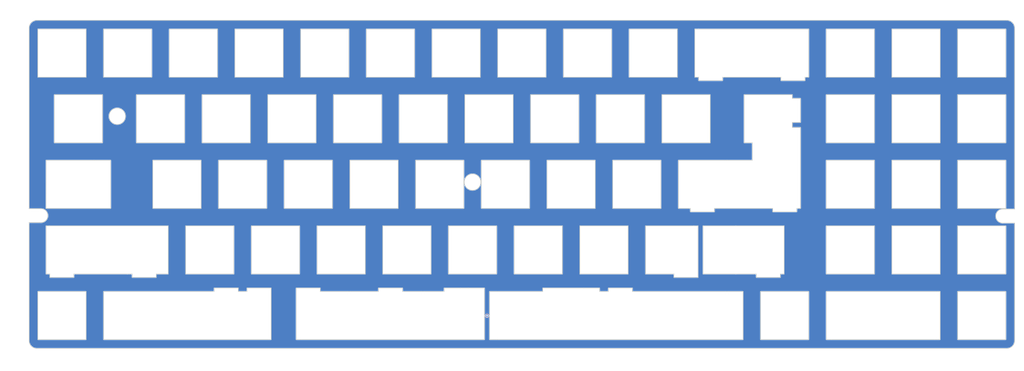
<source format=kicad_pcb>
(kicad_pcb (version 20221018) (generator pcbnew)
  (layers (0 "F.Cu" signal) (31 "B.Cu" signal) (34 "B.Paste" user) (35 "F.Paste" user) (36 "B.SilkS" user "B.Silkscreen") (37 "F.SilkS" user "F.Silkscreen") (38 "B.Mask" user) (39 "F.Mask" user) (44 "Edge.Cuts" user))
  (net 0 "")
  (gr_line (start 138.760937 48.552682) (end 124.760937 48.552682) (stroke (width 0.2)) (layer "Edge.Cuts"))
  (gr_line (start 51.943 105.702682) (end 50.942187 105.702682) (stroke (width 0.2)) (layer "Edge.Cuts"))
  (gr_line (start 195.910937 62.552682) (end 195.910937 48.552682) (stroke (width 0.2)) (layer "Edge.Cuts"))
  (gr_line (start 248.412 86.652682) (end 234.298437 86.652682) (stroke (width 0.2)) (layer "Edge.Cuts"))
  (gr_line (start 310.210937 86.652682) (end 296.210937 86.652682) (stroke (width 0.2)) (layer "Edge.Cuts"))
  (gr_line (start 310.210937 48.552682) (end 296.210937 48.552682) (stroke (width 0.2)) (layer "Edge.Cuts"))
  (gr_line (start 166.360937 124.752682) (end 160.192187 124.752682) (stroke (width 0.2)) (layer "Edge.Cuts"))
  (gr_line (start 296.210937 81.602682) (end 310.210937 81.602682) (stroke (width 0.2)) (layer "Edge.Cuts"))
  (gr_line (start 143.523437 119.702682) (end 143.523437 105.702682) (stroke (width 0.2)) (layer "Edge.Cuts"))
  (gr_line (start 291.160937 86.652682) (end 277.160937 86.652682) (stroke (width 0.2)) (layer "Edge.Cuts"))
  (gr_line (start 191.435937 81.602682) (end 205.435937 81.602682) (stroke (width 0.2)) (layer "Edge.Cuts"))
  (gr_line (start 224.773437 119.702682) (end 233.004187 119.702682) (stroke (width 0.2)) (layer "Edge.Cuts"))
  (gr_line (start 214.960937 48.552682) (end 200.960937 48.552682) (stroke (width 0.2)) (layer "Edge.Cuts"))
  (gr_line (start 154.342687 123.752682) (end 154.310937 123.752682) (stroke (width 0.2)) (layer "Edge.Cuts"))
  (gr_line (start 148.285937 81.602682) (end 148.285937 67.602682) (stroke (width 0.2)) (layer "Edge.Cuts"))
  (gr_line (start 48.560937 138.752682) (end 62.560937 138.752682) (stroke (width 0.2)) (layer "Edge.Cuts"))
  (gr_line (start 229.535937 81.602682) (end 243.535937 81.602682) (stroke (width 0.2)) (layer "Edge.Cuts"))
  (gr_line (start 191.148437 86.652682) (end 177.148437 86.652682) (stroke (width 0.2)) (layer "Edge.Cuts"))
  (gr_line (start 296.210937 67.602682) (end 296.210937 81.602682) (stroke (width 0.2)) (layer "Edge.Cuts"))
  (gr_line (start 119.710937 48.552682) (end 105.710937 48.552682) (stroke (width 0.2)) (layer "Edge.Cuts"))
  (gr_line (start 291.160937 119.702682) (end 291.160937 105.702682) (stroke (width 0.2)) (layer "Edge.Cuts"))
  (gr_line (start 46.0375 104.775) (end 46.040054 139.031184) (stroke (width 0.2)) (layer "Edge.Cuts"))
  (gr_line (start 77.135937 67.602682) (end 77.135937 81.602682) (stroke (width 0.2)) (layer "Edge.Cuts"))
  (gr_line (start 194.967687 123.752682) (end 194.967687 124.752682) (stroke (width 0.2)) (layer "Edge.Cuts"))
  (gr_line (start 65.024 100.652682) (end 69.704687 100.652682) (stroke (width 0.2)) (layer "Edge.Cuts"))
  (gr_line (start 261.642687 101.652682) (end 268.642687 101.652682) (stroke (width 0.2)) (layer "Edge.Cuts"))
  (gr_line (start 210.485937 81.602682) (end 224.485937 81.602682) (stroke (width 0.2)) (layer "Edge.Cuts"))
  (gr_line (start 224.773437 105.702682) (end 224.773437 119.702682) (stroke (width 0.2)) (layer "Edge.Cuts"))
  (gr_line (start 129.523437 119.702682) (end 143.523437 119.702682) (stroke (width 0.2)) (layer "Edge.Cuts"))
  (gr_line (start 172.098437 100.652682) (end 172.098437 86.652682) (stroke (width 0.2)) (layer "Edge.Cuts"))
  (gr_line (start 269.729687 77.127682) (end 267.348437 77.127682) (stroke (width 0.2)) (layer "Edge.Cuts"))
  (gr_line (start 264.967187 105.702682) (end 250.952 105.702682) (stroke (width 0.2)) (layer "Edge.Cuts"))
  (gr_line (start 253.348437 67.602682) (end 253.348437 81.602682) (stroke (width 0.2)) (layer "Edge.Cuts"))
  (gr_line (start 91.423437 119.702682) (end 105.423437 119.702682) (stroke (width 0.2)) (layer "Edge.Cuts"))
  (gr_line (start 62.560937 124.752682) (end 48.560937 124.752682) (stroke (width 0.2)) (layer "Edge.Cuts"))
  (gr_line (start 186.385937 81.602682) (end 186.385937 67.602682) (stroke (width 0.2)) (layer "Edge.Cuts"))
  (gr_line (start 100.660937 62.552682) (end 100.660937 48.552682) (stroke (width 0.2)) (layer "Edge.Cuts"))
  (gr_line (start 129.523437 105.702682) (end 129.523437 119.702682) (stroke (width 0.2)) (layer "Edge.Cuts"))
  (gr_line (start 162.860937 62.552682) (end 176.860937 62.552682) (stroke (width 0.2)) (layer "Edge.Cuts"))
  (gr_line (start 315.260937 124.752682) (end 315.260937 138.752682) (stroke (width 0.2)) (layer "Edge.Cuts"))
  (gr_arc (start 328.353044 104.901996) (mid 326.315456 102.869997) (end 328.353046 100.838) (stroke (width 0.2)) (layer "Edge.Cuts"))
  (gr_line (start 291.160937 100.652682) (end 291.160937 86.652682) (stroke (width 0.2)) (layer "Edge.Cuts"))
  (gr_line (start 255.729687 81.602682) (end 255.729687 86.652682) (stroke (width 0.2)) (layer "Edge.Cuts"))
  (gr_line (start 195.910937 48.552682) (end 181.910937 48.552682) (stroke (width 0.2)) (layer "Edge.Cuts"))
  (gr_line (start 81.610937 62.552682) (end 81.610937 48.552682) (stroke (width 0.2)) (layer "Edge.Cuts"))
  (gr_line (start 315.260937 67.602682) (end 315.260937 81.602682) (stroke (width 0.2)) (layer "Edge.Cuts"))
  (gr_line (start 115.235937 67.602682) (end 115.235937 81.602682) (stroke (width 0.2)) (layer "Edge.Cuts"))
  (gr_line (start 277.160937 119.702682) (end 291.160937 119.702682) (stroke (width 0.2)) (layer "Edge.Cuts"))
  (gr_line (start 138.760937 62.552682) (end 138.760937 48.552682) (stroke (width 0.2)) (layer "Edge.Cuts"))
  (gr_line (start 211.460937 123.752682) (end 206.883 123.752682) (stroke (width 0.2)) (layer "Edge.Cuts"))
  (gr_line (start 91.135937 81.602682) (end 91.135937 67.602682) (stroke (width 0.2)) (layer "Edge.Cuts"))
  (gr_line (start 123.466687 123.752682) (end 123.466687 138.752682) (stroke (width 0.2)) (layer "Edge.Cuts"))
  (gr_line (start 267.348437 67.602682) (end 253.348437 67.602682) (stroke (width 0.2)) (layer "Edge.Cuts"))
  (gr_line (start 244.766687 100.652682) (end 246.126 100.652682) (stroke (width 0.2)) (layer "Edge.Cuts"))
  (gr_line (start 124.473437 119.702682) (end 124.473437 105.702682) (stroke (width 0.2)) (layer "Edge.Cuts"))
  (gr_line (start 215.248437 100.652682) (end 229.248437 100.652682) (stroke (width 0.2)) (layer "Edge.Cuts"))
  (gr_line (start 315.260937 86.652682) (end 315.260937 100.652682) (stroke (width 0.2)) (layer "Edge.Cuts"))
  (gr_line (start 53.323437 67.602682) (end 53.323437 81.602682) (stroke (width 0.2)) (layer "Edge.Cuts"))
  (gr_line (start 200.673437 105.702682) (end 186.673437 105.702682) (stroke (width 0.2)) (layer "Edge.Cuts"))
  (gr_line (start 277.160937 124.752682) (end 277.160937 138.752682) (stroke (width 0.2)) (layer "Edge.Cuts"))
  (gr_line (start 329.260937 62.552682) (end 329.260937 48.552682) (stroke (width 0.2)) (layer "Edge.Cuts"))
  (gr_line (start 133.998437 100.652682) (end 133.998437 86.652682) (stroke (width 0.2)) (layer "Edge.Cuts"))
  (gr_line (start 220.985937 124.752682) (end 220.985937 123.752682) (stroke (width 0.2)) (layer "Edge.Cuts"))
  (gr_line (start 277.160937 105.702682) (end 277.160937 119.702682) (stroke (width 0.2)) (layer "Edge.Cuts"))
  (gr_line (start 86.660937 62.552682) (end 100.660937 62.552682) (stroke (width 0.2)) (layer "Edge.Cuts"))
  (gr_line (start 309.123937 138.752682) (end 310.210937 138.752682) (stroke (width 0.2)) (layer "Edge.Cuts"))
  (gr_line (start 59.029187 119.702682) (end 74.549 119.702682) (stroke (width 0.2)) (layer "Edge.Cuts"))
  (gr_line (start 154.342687 124.752682) (end 154.342687 123.752682) (stroke (width 0.2)) (layer "Edge.Cuts"))
  (gr_line (start 229.535937 67.602682) (end 229.535937 81.602682) (stroke (width 0.2)) (layer "Edge.Cuts"))
  (gr_line (start 100.660937 48.552682) (end 86.660937 48.552682) (stroke (width 0.2)) (layer "Edge.Cuts"))
  (gr_line (start 240.004187 105.702682) (end 238.773437 105.702682) (stroke (width 0.2)) (layer "Edge.Cuts"))
  (gr_line (start 181.910937 62.552682) (end 195.910937 62.552682) (stroke (width 0.2)) (layer "Edge.Cuts"))
  (gr_line (start 267.348437 77.127682) (end 267.348437 75.689682) (stroke (width 0.2)) (layer "Edge.Cuts"))
  (gr_line (start 179.529687 124.752682) (end 179.529687 138.752682) (stroke (width 0.2)) (layer "Edge.Cuts"))
  (gr_line (start 173.360937 123.752682) (end 171.091687 123.752682) (stroke (width 0.2)) (layer "Edge.Cuts"))
  (gr_line (start 263.880187 119.702682) (end 264.967187 119.702682) (stroke (width 0.2)) (layer "Edge.Cuts"))
  (gr_line (start 172.098437 86.652682) (end 158.098437 86.652682) (stroke (width 0.2)) (layer "Edge.Cuts"))
  (gr_line (start 247.147937 62.552682) (end 262.636 62.552682) (stroke (width 0.2)) (layer "Edge.Cuts"))
  (gr_line (start 110.473437 105.702682) (end 110.473437 119.702682) (stroke (width 0.2)) (layer "Edge.Cuts"))
  (gr_line (start 267.348437 68.689682) (end 267.348437 67.602682) (stroke (width 0.2)) (layer "Edge.Cuts"))
  (gr_line (start 310.210937 100.652682) (end 310.210937 86.652682) (stroke (width 0.2)) (layer "Edge.Cuts"))
  (gr_line (start 205.435937 81.602682) (end 205.435937 67.602682) (stroke (width 0.2)) (layer "Edge.Cuts"))
  (gr_line (start 46.041701 100.711) (end 49.452502 100.711) (stroke (width 0.2)) (layer "Edge.Cuts"))
  (gr_line (start 133.998437 86.652682) (end 119.998437 86.652682) (stroke (width 0.2)) (layer "Edge.Cuts"))
  (gr_line (start 224.485937 81.602682) (end 224.485937 67.602682) (stroke (width 0.2)) (layer "Edge.Cuts"))
  (gr_line (start 82.905187 120.702682) (end 82.905187 119.702682) (stroke (width 0.2)) (layer "Edge.Cuts"))
  (gr_line (start 267.348437 75.689682) (end 269.729687 75.689682) (stroke (width 0.2)) (layer "Edge.Cuts"))
  (gr_arc (start 49.452504 100.711003) (mid 51.490092 102.743002) (end 49.452502 104.774999) (stroke (width 0.2)) (layer "Edge.Cuts"))
  (gr_line (start 124.760937 62.552682) (end 138.760937 62.552682) (stroke (width 0.2)) (layer "Edge.Cuts"))
  (gr_line (start 263.880187 120.702682) (end 263.880187 119.702682) (stroke (width 0.2)) (layer "Edge.Cuts"))
  (gr_line (start 214.960937 62.552682) (end 214.960937 48.552682) (stroke (width 0.2)) (layer "Edge.Cuts"))
  (gr_line (start 171.091687 123.752682) (end 166.360937 123.752682) (stroke (width 0.2)) (layer "Edge.Cuts"))
  (gr_line (start 64.897 86.652682) (end 50.942187 86.652682) (stroke (width 0.2)) (layer "Edge.Cuts"))
  (gr_line (start 243.535937 81.602682) (end 243.535937 67.602682) (stroke (width 0.2)) (layer "Edge.Cuts"))
  (gr_line (start 59.029187 120.702682) (end 59.029187 119.702682) (stroke (width 0.2)) (layer "Edge.Cuts"))
  (gr_line (start 239.060937 62.552682) (end 240.147937 62.552682) (stroke (width 0.2)) (layer "Edge.Cuts"))
  (gr_line (start 296.210937 62.552682) (end 310.210937 62.552682) (stroke (width 0.2)) (layer "Edge.Cuts"))
  (gr_line (start 315.260937 138.752682) (end 329.260937 138.752682) (stroke (width 0.2)) (layer "Edge.Cuts"))
  (gr_line (start 296.210937 86.652682) (end 296.210937 100.652682) (stroke (width 0.2)) (layer "Edge.Cuts"))
  (gr_line (start 253.060937 138.752682) (end 253.060937 124.752682) (stroke (width 0.2)) (layer "Edge.Cuts"))
  (gr_line (start 315.260937 48.552682) (end 315.260937 62.552682) (stroke (width 0.2)) (layer "Edge.Cuts"))
  (gr_line (start 67.610937 138.752682) (end 116.205 138.752682) (stroke (width 0.2)) (layer "Edge.Cuts"))
  (gr_line (start 110.185937 81.602682) (end 110.185937 67.602682) (stroke (width 0.2)) (layer "Edge.Cuts"))
  (gr_line (start 91.135937 67.602682) (end 77.135937 67.602682) (stroke (width 0.2)) (layer "Edge.Cuts"))
  (gr_line (start 119.998437 100.652682) (end 133.998437 100.652682) (stroke (width 0.2)) (layer "Edge.Cuts"))
  (gr_line (start 329.260937 105.702682) (end 315.260937 105.702682) (stroke (width 0.2)) (layer "Edge.Cuts"))
  (gr_line (start 205.723437 119.702682) (end 219.723437 119.702682) (stroke (width 0.2)) (layer "Edge.Cuts"))
  (gr_line (start 237.766687 101.652682) (end 244.766687 101.652682) (stroke (width 0.2)) (layer "Edge.Cuts"))
  (gr_line (start 191.148437 100.652682) (end 191.148437 86.652682) (stroke (width 0.2)) (layer "Edge.Cuts"))
  (gr_line (start 277.160937 48.552682) (end 277.160937 62.552682) (stroke (width 0.2)) (layer "Edge.Cuts"))
  (gr_line (start 53.323437 81.602682) (end 67.323437 81.602682) (stroke (width 0.2)) (layer "Edge.Cuts"))
  (gr_line (start 153.335937 67.602682) (end 153.335937 81.602682) (stroke (width 0.2)) (layer "Edge.Cuts"))
  (gr_line (start 109.210937 124.752682) (end 106.692187 124.752682) (stroke (width 0.2)) (layer "Edge.Cuts"))
  (gr_line (start 250.967187 105.702682) (end 241.442187 105.702682) (stroke (width 0.2)) (layer "Edge.Cuts"))
  (gr_line (start 211.460937 124.752682) (end 211.460937 123.752682) (stroke (width 0.2)) (layer "Edge.Cuts"))
  (gr_line (start 194.967687 124.752682) (end 181.864 124.752682) (stroke (width 0.2)) (layer "Edge.Cuts"))
  (gr_line (start 291.160937 62.552682) (end 291.160937 48.552682) (stroke (width 0.2)) (layer "Edge.Cuts"))
  (gr_line (start 229.248437 100.652682) (end 229.248437 86.652682) (stroke (width 0.2)) (layer "Edge.Cuts"))
  (gr_line (start 96.185937 67.602682) (end 96.185937 81.602682) (stroke (width 0.2)) (layer "Edge.Cuts"))
  (gr_line (start 244.766687 101.652682) (end 244.766687 100.652682) (stroke (width 0.2)) (layer "Edge.Cuts"))
  (gr_line (start 262.636 62.552682) (end 264.023937 62.552682) (stroke (width 0.2)) (layer "Edge.Cuts"))
  (gr_line (start 224.485937 67.602682) (end 210.485937 67.602682) (stroke (width 0.2)) (layer "Edge.Cuts"))
  (gr_line (start 86.660937 48.552682) (end 86.660937 62.552682) (stroke (width 0.2)) (layer "Edge.Cuts"))
  (gr_line (start 329.260937 48.552682) (end 315.260937 48.552682) (stroke (width 0.2)) (layer "Edge.Cuts"))
  (gr_line (start 264.967187 119.702682) (end 264.967187 105.702682) (stroke (width 0.2)) (layer "Edge.Cuts"))
  (gr_line (start 291.160937 48.552682) (end 277.160937 48.552682) (stroke (width 0.2)) (layer "Edge.Cuts"))
  (gr_line (start 291.160937 105.702682) (end 277.160937 105.702682) (stroke (width 0.2)) (layer "Edge.Cuts"))
  (gr_line (start 167.335937 81.602682) (end 167.335937 67.602682) (stroke (width 0.2)) (layer "Edge.Cuts"))
  (gr_line (start 67.610937 124.752682) (end 67.610937 138.752682) (stroke (width 0.2)) (layer "Edge.Cuts"))
  (gr_line (start 239.060937 48.552682) (end 239.060937 62.552682) (stroke (width 0.2)) (layer "Edge.Cuts"))
  (gr_line (start 100.948437 86.652682) (end 100.948437 100.652682) (stroke (width 0.2)) (layer "Edge.Cuts"))
  (gr_line (start 213.985937 124.752682) (end 211.460937 124.752682) (stroke (width 0.2)) (layer "Edge.Cuts"))
  (gr_line (start 268.642687 101.652682) (end 268.642687 100.652682) (stroke (width 0.2)) (layer "Edge.Cuts"))
  (gr_line (start 67.610937 48.552682) (end 67.610937 62.552682) (stroke (width 0.2)) (layer "Edge.Cuts"))
  (gr_line (start 81.898437 86.652682) (end 81.898437 100.652682) (stroke (width 0.2)) (layer "Edge.Cuts"))
  (gr_circle (center 174.609344 93.001114) (end 177.009344 93.001114) (stroke (width 0.2)) (fill none) (layer "Edge.Cuts"))
  (gr_line (start 48.560937 48.552682) (end 48.560937 62.552682) (stroke (width 0.2)) (layer "Edge.Cuts"))
  (gr_line (start 277.160937 67.602682) (end 277.160937 81.602682) (stroke (width 0.2)) (layer "Edge.Cuts"))
  (gr_line (start 261.642687 100.652682) (end 261.642687 101.652682) (stroke (width 0.2)) (layer "Edge.Cuts"))
  (gr_line (start 277.160937 62.552682) (end 291.160937 62.552682) (stroke (width 0.2)) (layer "Edge.Cuts"))
  (gr_line (start 329.260937 67.602682) (end 315.260937 67.602682) (stroke (width 0.2)) (layer "Edge.Cuts"))
  (gr_line (start 210.485937 67.602682) (end 210.485937 81.602682) (stroke (width 0.2)) (layer "Edge.Cuts"))
  (gr_line (start 48.560937 62.552682) (end 62.560937 62.552682) (stroke (width 0.2)) (layer "Edge.Cuts"))
  (gr_line (start 315.260937 100.652682) (end 329.260937 100.652682) (stroke (width 0.2)) (layer "Edge.Cuts"))
  (gr_line (start 186.673437 119.702682) (end 200.673437 119.702682) (stroke (width 0.2)) (layer "Edge.Cuts"))
  (gr_line (start 310.210937 81.602682) (end 310.210937 67.602682) (stroke (width 0.2)) (layer "Edge.Cuts"))
  (gr_line (start 148.573437 105.702682) (end 148.573437 119.702682) (stroke (width 0.2)) (layer "Edge.Cuts"))
  (gr_line (start 50.942187 119.702682) (end 52.029187 119.702682) (stroke (width 0.2)) (layer "Edge.Cuts"))
  (gr_line (start 116.210937 123.752682) (end 109.210937 123.752682) (stroke (width 0.2)) (layer "Edge.Cuts"))
  (gr_line (start 166.360937 123.752682) (end 166.360937 124.752682) (stroke (width 0.2)) (layer "Edge.Cuts"))
  (gr_line (start 82.905187 119.702682) (end 86.373437 119.702682) (stroke (width 0.2)) (layer "Edge.Cuts"))
  (gr_line (start 91.423437 105.702682) (end 91.423437 119.702682) (stroke (width 0.2)) (layer "Edge.Cuts"))
  (gr_line (start 291.160937 81.602682) (end 291.160937 67.602682) (stroke (width 0.2)) (layer "Edge.Cuts"))
  (gr_line (start 220.010937 48.552682) (end 220.010937 62.552682) (stroke (width 0.2)) (layer "Edge.Cuts"))
  (gr_line (start 114.948437 86.652682) (end 100.948437 86.652682) (stroke (width 0.2)) (layer "Edge.Cuts"))
  (gr_line (start 99.692187 123.752682) (end 99.685937 123.752682) (stroke (width 0.2)) (layer "Edge.Cuts"))
  (gr_line (start 233.004187 120.702682) (end 240.004187 120.702682) (stroke (width 0.2)) (layer "Edge.Cuts"))
  (gr_line (start 310.210937 124.752682) (end 309.123937 124.752682) (stroke (width 0.2)) (layer "Edge.Cuts"))
  (gr_line (start 52.029187 119.702682) (end 52.029187 120.702682) (stroke (width 0.2)) (layer "Edge.Cuts"))
  (gr_line (start 157.810937 48.552682) (end 143.810937 48.552682) (stroke (width 0.2)) (layer "Edge.Cuts"))
  (gr_line (start 196.198437 100.652682) (end 210.198437 100.652682) (stroke (width 0.2)) (layer "Edge.Cuts"))
  (gr_line (start 219.723437 119.702682) (end 219.723437 105.702682) (stroke (width 0.2)) (layer "Edge.Cuts"))
  (gr_line (start 110.185937 67.602682) (end 96.185937 67.602682) (stroke (width 0.2)) (layer "Edge.Cuts"))
  (gr_line (start 48.290054 141.281184) (end 329.540054 141.281184) (stroke (width 0.2)) (layer "Edge.Cuts"))
  (gr_line (start 119.710937 62.552682) (end 119.710937 48.552682) (stroke (width 0.2)) (layer "Edge.Cuts"))
  (gr_line (start 277.160937 138.752682) (end 278.247937 138.752682) (stroke (width 0.2)) (layer "Edge.Cuts"))
  (gr_line (start 234.298437 100.652682) (end 237.766687 100.652682) (stroke (width 0.2)) (layer "Edge.Cuts"))
  (gr_line (start 172.385937 67.602682) (end 172.385937 81.602682) (stroke (width 0.2)) (layer "Edge.Cuts"))
  (gr_line (start 172.385937 81.602682) (end 186.385937 81.602682) (stroke (width 0.2)) (layer "Edge.Cuts"))
  (gr_line (start 210.198437 86.652682) (end 196.198437 86.652682) (stroke (width 0.2)) (layer "Edge.Cuts"))
  (gr_line (start 272.110937 62.552682) (end 272.110937 48.552682) (stroke (width 0.2)) (layer "Edge.Cuts"))
  (gr_line (start 158.098437 86.652682) (end 158.098437 100.652682) (stroke (width 0.2)) (layer "Edge.Cuts"))
  (gr_line (start 315.260937 105.702682) (end 315.260937 119.702682) (stroke (width 0.2)) (layer "Edge.Cuts"))
  (gr_line (start 234.010937 62.552682) (end 234.010937 48.552682) (stroke (width 0.2)) (layer "Edge.Cuts"))
  (gr_line (start 167.623437 105.702682) (end 167.623437 119.702682) (stroke (width 0.2)) (layer "Edge.Cuts"))
  (gr_line (start 191.435937 67.602682) (end 191.435937 81.602682) (stroke (width 0.2)) (layer "Edge.Cuts"))
  (gr_line (start 310.210937 67.602682) (end 296.210937 67.602682) (stroke (width 0.2)) (layer "Edge.Cuts"))
  (gr_line (start 181.864 138.752682) (end 253.060937 138.752682) (stroke (width 0.2)) (layer "Edge.Cuts"))
  (gr_line (start 143.810937 62.552682) (end 157.810937 62.552682) (stroke (width 0.2)) (layer "Edge.Cuts"))
  (gr_line (start 296.210937 100.652682) (end 310.210937 100.652682) (stroke (width 0.2)) (layer "Edge.Cuts"))
  (gr_line (start 116.210937 138.752682) (end 116.210937 123.752682) (stroke (width 0.2)) (layer "Edge.Cuts"))
  (gr_line (start 81.610937 48.552682) (end 67.610937 48.552682) (stroke (width 0.2)) (layer "Edge.Cuts"))
  (gr_line (start 186.385937 67.602682) (end 172.385937 67.602682) (stroke (width 0.2)) (layer "Edge.Cuts"))
  (gr_line (start 50.927 100.652682) (end 65.024 100.652682) (stroke (width 0.2)) (layer "Edge.Cuts"))
  (gr_line (start 143.810937 48.552682) (end 143.810937 62.552682) (stroke (width 0.2)) (layer "Edge.Cuts"))
  (gr_line (start 167.623437 119.702682) (end 181.623437 119.702682) (stroke (width 0.2)) (layer "Edge.Cuts"))
  (gr_line (start 143.523437 105.702682) (end 129.523437 105.702682) (stroke (width 0.2)) (layer "Edge.Cuts"))
  (gr_line (start 329.260937 124.752682) (end 315.260937 124.752682) (stroke (width 0.2)) (layer "Edge.Cuts"))
  (gr_line (start 119.998437 86.652682) (end 119.998437 100.652682) (stroke (width 0.2)) (layer "Edge.Cuts"))
  (gr_line (start 264.023937 62.552682) (end 264.023937 63.552682) (stroke (width 0.2)) (layer "Edge.Cuts"))
  (gr_line (start 67.323437 81.602682) (end 67.323437 67.602682) (stroke (width 0.2)) (layer "Edge.Cuts"))
  (gr_line (start 106.692187 123.752682) (end 106.685937 123.752682) (stroke (width 0.2)) (layer "Edge.Cuts"))
  (gr_line (start 272.110937 124.752682) (end 258.110937 124.752682) (stroke (width 0.2)) (layer "Edge.Cuts"))
  (gr_line (start 130.466687 124.752682) (end 130.466687 123.752682) (stroke (width 0.2)) (layer "Edge.Cuts"))
  (gr_circle (center 71.591873 73.880935) (end 73.991873 73.880935) (stroke (width 0.2)) (fill none) (layer "Edge.Cuts"))
  (gr_line (start 123.466687 138.752682) (end 124.714 138.752682) (stroke (width 0.2)) (layer "Edge.Cuts"))
  (gr_line (start 139.048437 100.652682) (end 153.048437 100.652682) (stroke (width 0.2)) (layer "Edge.Cuts"))
  (gr_line (start 176.860937 48.552682) (end 162.860937 48.552682) (stroke (width 0.2)) (layer "Edge.Cuts"))
  (gr_line (start 310.210937 62.552682) (end 310.210937 48.552682) (stroke (width 0.2)) (layer "Edge.Cuts"))
  (gr_line (start 256.880187 119.702682) (end 256.880187 120.702682) (stroke (width 0.2)) (layer "Edge.Cuts"))
  (gr_line (start 100.948437 100.652682) (end 114.948437 100.652682) (stroke (width 0.2)) (layer "Edge.Cuts"))
  (gr_line (start 129.235937 67.602682) (end 115.235937 67.602682) (stroke (width 0.2)) (layer "Edge.Cuts"))
  (gr_line (start 105.423437 119.702682) (end 105.423437 105.702682) (stroke (width 0.2)) (layer "Edge.Cuts"))
  (gr_line (start 310.210937 119.702682) (end 310.210937 105.702682) (stroke (width 0.2)) (layer "Edge.Cuts"))
  (gr_line (start 129.235937 81.602682) (end 129.235937 67.602682) (stroke (width 0.2)) (layer "Edge.Cuts"))
  (gr_line (start 105.423437 105.702682) (end 91.423437 105.702682) (stroke (width 0.2)) (layer "Edge.Cuts"))
  (gr_line (start 75.905187 119.702682) (end 75.905187 120.702682) (stroke (width 0.2)) (layer "Edge.Cuts"))
  (gr_line (start 176.860937 62.552682) (end 176.860937 48.552682) (stroke (width 0.2)) (layer "Edge.Cuts"))
  (gr_line (start 296.210937 105.702682) (end 296.210937 119.702682) (stroke (width 0.2)) (layer "Edge.Cuts"))
  (gr_line (start 220.985937 123.752682) (end 213.985937 123.752682) (stroke (width 0.2)) (layer "Edge.Cuts"))
  (gr_line (start 296.210937 48.552682) (end 296.210937 62.552682) (stroke (width 0.2)) (layer "Edge.Cuts"))
  (gr_line (start 315.260937 62.552682) (end 329.260937 62.552682) (stroke (width 0.2)) (layer "Edge.Cuts"))
  (gr_line (start 147.310937 124.752682) (end 138.811 124.752682) (stroke (width 0.2)) (layer "Edge.Cuts"))
  (gr_line (start 196.198437 86.652682) (end 196.198437 100.652682) (stroke (width 0.2)) (layer "Edge.Cuts"))
  (gr_line (start 240.004187 120.702682) (end 240.004187 105.702682) (stroke (width 0.2)) (layer "Edge.Cuts"))
  (gr_line (start 99.695 124.752682) (end 67.610937 124.752682) (stroke (width 0.2)) (layer "Edge.Cuts"))
  (gr_line (start 74.549 119.702682) (end 75.905187 119.702682) (stroke (width 0.2)) (layer "Edge.Cuts"))
  (gr_arc (start 329.540054 46.031184) (mid 331.131044 46.690194) (end 331.790054 48.281184) (stroke (width 0.2)) (layer "Edge.Cuts"))
  (gr_line (start 240.147937 63.552682) (end 247.147937 63.552682) (stroke (width 0.2)) (layer "Edge.Cuts"))
  (gr_line (start 243.535937 67.602682) (end 229.535937 67.602682) (stroke (width 0.2)) (layer "Edge.Cuts"))
  (gr_line (start 271.023937 62.552682) (end 272.110937 62.552682) (stroke (width 0.2)) (layer "Edge.Cuts"))
  (gr_line (start 153.048437 86.652682) (end 139.048437 86.652682) (stroke (width 0.2)) (layer "Edge.Cuts"))
  (gr_line (start 238.76 105.702682) (end 224.773437 105.702682) (stroke (width 0.2)) (layer "Edge.Cuts"))
  (gr_line (start 269.729687 100.652682) (end 269.729687 99.695) (stroke (width 0.2)) (layer "Edge.Cuts"))
  (gr_line (start 310.210937 138.752682) (end 310.210937 124.752682) (stroke (width 0.2)) (layer "Edge.Cuts"))
  (gr_line (start 46.0375 104.775) (end 49.452502 104.775) (stroke (width 0.2)) (layer "Edge.Cuts"))
  (gr_line (start 241.442187 105.702682) (end 241.442187 119.702682) (stroke (width 0.2)) (layer "Edge.Cuts"))
  (gr_line (start 219.723437 105.702682) (end 205.723437 105.702682) (stroke (width 0.2)) (layer "Edge.Cuts"))
  (gr_line (start 277.160937 100.652682) (end 291.160937 100.652682) (stroke (width 0.2)) (layer "Edge.Cuts"))
  (gr_line (start 181.864 124.752682) (end 179.529687 124.752682) (stroke (width 0.2)) (layer "Edge.Cuts"))
  (gr_line (start 206.883 123.752682) (end 194.967687 123.752682) (stroke (width 0.2)) (layer "Edge.Cuts"))
  (gr_line (start 160.192187 124.752682) (end 154.342687 124.752682) (stroke (width 0.2)) (layer "Edge.Cuts"))
  (gr_line (start 240.147937 62.552682) (end 240.147937 63.552682) (stroke (width 0.2)) (layer "Edge.Cuts"))
  (gr_line (start 124.714 138.752682) (end 178.091687 138.752682) (stroke (width 0.2)) (layer "Edge.Cuts"))
  (gr_line (start 105.710937 48.552682) (end 105.710937 62.552682) (stroke (width 0.2)) (layer "Edge.Cuts"))
  (gr_line (start 106.685937 123.752682) (end 99.692187 123.752682) (stroke (width 0.2)) (layer "Edge.Cuts"))
  (gr_line (start 269.729687 99.695) (end 269.729687 77.127682) (stroke (width 0.2)) (layer "Edge.Cuts"))
  (gr_line (start 115.235937 81.602682) (end 129.235937 81.602682) (stroke (width 0.2)) (layer "Edge.Cuts"))
  (gr_line (start 331.790766 100.839711) (end 331.790054 48.281184) (stroke (width 0.2)) (layer "Edge.Cuts"))
  (gr_line (start 167.335937 67.602682) (end 153.335937 67.602682) (stroke (width 0.2)) (layer "Edge.Cuts"))
  (gr_line (start 162.573437 105.702682) (end 148.573437 105.702682) (stroke (width 0.2)) (layer "Edge.Cuts"))
  (gr_line (start 331.790766 100.839711) (end 328.353046 100.838) (stroke (width 0.2)) (layer "Edge.Cuts"))
  (gr_line (start 247.147937 63.552682) (end 247.147937 62.552682) (stroke (width 0.2)) (layer "Edge.Cuts"))
  (gr_line (start 237.766687 100.652682) (end 237.766687 101.652682) (stroke (width 0.2)) (layer "Edge.Cuts"))
  (gr_line (start 296.210937 119.702682) (end 310.210937 119.702682) (stroke (width 0.2)) (layer "Edge.Cuts"))
  (gr_line (start 95.898437 86.652682) (end 81.898437 86.652682) (stroke (width 0.2)) (layer "Edge.Cuts"))
  (gr_arc (start 46.040054 48.281184) (mid 46.699064 46.690194) (end 48.290054 46.031184) (stroke (width 0.2)) (layer "Edge.Cuts"))
  (gr_line (start 269.729687 68.689682) (end 267.348437 68.689682) (stroke (width 0.2)) (layer "Edge.Cuts"))
  (gr_line (start 315.260937 81.602682) (end 329.260937 81.602682) (stroke (width 0.2)) (layer "Edge.Cuts"))
  (gr_line (start 234.298437 86.652682) (end 234.298437 100.652682) (stroke (width 0.2)) (layer "Edge.Cuts"))
  (gr_line (start 75.905187 120.702682) (end 82.905187 120.702682) (stroke (width 0.2)) (layer "Edge.Cuts"))
  (gr_line (start 67.323437 67.602682) (end 53.323437 67.602682) (stroke (width 0.2)) (layer "Edge.Cuts"))
  (gr_line (start 86.373437 119.702682) (end 86.373437 105.702682) (stroke (width 0.2)) (layer "Edge.Cuts"))
  (gr_line (start 69.704687 100.652682) (end 69.704687 86.652682) (stroke (width 0.2)) (layer "Edge.Cuts"))
  (gr_line (start 241.442187 119.702682) (end 250.967187 119.702682) (stroke (width 0.2)) (layer "Edge.Cuts"))
  (gr_line (start 220.010937 62.552682) (end 234.010937 62.552682) (stroke (width 0.2)) (layer "Edge.Cuts"))
  (gr_line (start 50.942187 86.652682) (end 50.927 100.652682) (stroke (width 0.2)) (layer "Edge.Cuts"))
  (gr_line (start 331.787498 104.901996) (end 331.790054 139.031184) (stroke (width 0.2)) (layer "Edge.Cuts"))
  (gr_line (start 272.110937 138.752682) (end 272.110937 124.752682) (stroke (width 0.2)) (layer "Edge.Cuts"))
  (gr_line (start 62.560937 62.552682) (end 62.560937 48.552682) (stroke (width 0.2)) (layer "Edge.Cuts"))
  (gr_line (start 329.260937 119.702682) (end 329.260937 105.702682) (stroke (width 0.2)) (layer "Edge.Cuts"))
  (gr_line (start 213.985937 123.752682) (end 213.985937 124.752682) (stroke (width 0.2)) (layer "Edge.Cuts"))
  (gr_line (start 162.860937 48.552682) (end 162.860937 62.552682) (stroke (width 0.2)) (layer "Edge.Cuts"))
  (gr_line (start 291.160937 67.602682) (end 277.160937 67.602682) (stroke (width 0.2)) (layer "Edge.Cuts"))
  (gr_line (start 329.260937 81.602682) (end 329.260937 67.602682) (stroke (width 0.2)) (layer "Edge.Cuts"))
  (gr_line (start 258.110937 138.752682) (end 272.110937 138.752682) (stroke (width 0.2)) (layer "Edge.Cuts"))
  (gr_line (start 240.147937 48.552682) (end 239.060937 48.552682) (stroke (width 0.2)) (layer "Edge.Cuts"))
  (gr_line (start 110.473437 119.702682) (end 124.473437 119.702682) (stroke (width 0.2)) (layer "Edge.Cuts"))
  (gr_line (start 181.910937 48.552682) (end 181.910937 62.552682) (stroke (width 0.2)) (layer "Edge.Cuts"))
  (gr_line (start 278.247937 138.752682) (end 309.123937 138.752682) (stroke (width 0.2)) (layer "Edge.Cuts"))
  (gr_line (start 148.285937 67.602682) (end 134.285937 67.602682) (stroke (width 0.2)) (layer "Edge.Cuts"))
  (gr_line (start 95.898437 100.652682) (end 95.898437 86.652682) (stroke (width 0.2)) (layer "Edge.Cuts"))
  (gr_line (start 268.642687 100.652682) (end 269.729687 100.652682) (stroke (width 0.2)) (layer "Edge.Cuts"))
  (gr_line (start 124.473437 105.702682) (end 110.473437 105.702682) (stroke (width 0.2)) (layer "Edge.Cuts"))
  (gr_line (start 48.560937 124.752682) (end 48.560937 138.752682) (stroke (width 0.2)) (layer "Edge.Cuts"))
  (gr_line (start 229.248437 86.652682) (end 215.248437 86.652682) (stroke (width 0.2)) (layer "Edge.Cuts"))
  (gr_line (start 86.373437 105.702682) (end 51.943 105.702682) (stroke (width 0.2)) (layer "Edge.Cuts"))
  (gr_line (start 46.040054 48.281184) (end 46.041701 100.711) (stroke (width 0.2)) (layer "Edge.Cuts"))
  (gr_line (start 246.126 100.652682) (end 261.642687 100.652682) (stroke (width 0.2)) (layer "Edge.Cuts"))
  (gr_line (start 124.760937 48.552682) (end 124.760937 62.552682) (stroke (width 0.2)) (layer "Edge.Cuts"))
  (gr_line (start 157.810937 62.552682) (end 157.810937 48.552682) (stroke (width 0.2)) (layer "Edge.Cuts"))
  (gr_line (start 181.623437 119.702682) (end 181.623437 105.702682) (stroke (width 0.2)) (layer "Edge.Cuts"))
  (gr_line (start 200.960937 48.552682) (end 200.960937 62.552682) (stroke (width 0.2)) (layer "Edge.Cuts"))
  (gr_line (start 177.148437 86.652682) (end 177.148437 100.652682) (stroke (width 0.2)) (layer "Edge.Cuts"))
  (gr_line (start 99.685937 123.752682) (end 99.685937 124.752682) (stroke (width 0.2)) (layer "Edge.Cuts"))
  (gr_line (start 329.260937 86.652682) (end 315.260937 86.652682) (stroke (width 0.2)) (layer "Edge.Cuts"))
  (gr_line (start 96.185937 81.602682) (end 110.185937 81.602682) (stroke (width 0.2)) (layer "Edge.Cuts"))
  (gr_arc (start 48.290054 141.281184) (mid 46.699064 140.622174) (end 46.040054 139.031184) (stroke (width 0.2)) (layer "Edge.Cuts"))
  (gr_line (start 69.704687 86.652682) (end 64.897 86.652682) (stroke (width 0.2)) (layer "Edge.Cuts"))
  (gr_line (start 186.673437 105.702682) (end 186.673437 119.702682) (stroke (width 0.2)) (layer "Edge.Cuts"))
  (gr_line (start 215.248437 86.652682) (end 215.248437 100.652682) (stroke (width 0.2)) (layer "Edge.Cuts"))
  (gr_line (start 62.560937 138.752682) (end 62.560937 124.752682) (stroke (width 0.2)) (layer "Edge.Cuts"))
  (gr_line (start 109.210937 123.752682) (end 109.210937 124.752682) (stroke (width 0.2)) (layer "Edge.Cuts"))
  (gr_line (start 331.787498 104.901996) (end 328.353044 104.901996) (stroke (width 0.2)) (layer "Edge.Cuts"))
  (gr_line (start 329.260937 100.652682) (end 329.260937 86.652682) (stroke (width 0.2)) (layer "Edge.Cuts"))
  (gr_line (start 256.880187 120.702682) (end 263.880187 120.702682) (stroke (width 0.2)) (layer "Edge.Cuts"))
  (gr_line (start 200.673437 119.702682) (end 200.673437 105.702682) (stroke (width 0.2)) (layer "Edge.Cuts"))
  (gr_line (start 181.623437 105.702682) (end 167.623437 105.702682) (stroke (width 0.2)) (layer "Edge.Cuts"))
  (gr_line (start 309.118 124.752682) (end 277.160937 124.752682) (stroke (width 0.2)) (layer "Edge.Cuts"))
  (gr_line (start 67.610937 62.552682) (end 81.610937 62.552682) (stroke (width 0.2)) (layer "Edge.Cuts"))
  (gr_line (start 50.942187 105.702682) (end 50.942187 119.702682) (stroke (width 0.2)) (layer "Edge.Cuts"))
  (gr_line (start 269.729687 75.689682) (end 269.729687 68.689682) (stroke (width 0.2)) (layer "Edge.Cuts"))
  (gr_line (start 210.198437 100.652682) (end 210.198437 86.652682) (stroke (width 0.2)) (layer "Edge.Cuts"))
  (gr_line (start 158.098437 100.652682) (end 172.098437 100.652682) (stroke (width 0.2)) (layer "Edge.Cuts"))
  (gr_line (start 315.260937 119.702682) (end 329.260937 119.702682) (stroke (width 0.2)) (layer "Edge.Cuts"))
  (gr_line (start 134.285937 67.602682) (end 134.285937 81.602682) (stroke (width 0.2)) (layer "Edge.Cuts"))
  (gr_line (start 106.692187 124.752682) (end 106.692187 123.752682) (stroke (width 0.2)) (layer "Edge.Cuts"))
  (gr_line (start 310.210937 105.702682) (end 296.210937 105.702682) (stroke (width 0.2)) (layer "Edge.Cuts"))
  (gr_line (start 277.160937 86.652682) (end 277.160937 100.652682) (stroke (width 0.2)) (layer "Edge.Cuts"))
  (gr_line (start 277.160937 81.602682) (end 291.160937 81.602682) (stroke (width 0.2)) (layer "Edge.Cuts"))
  (gr_line (start 148.573437 119.702682) (end 162.573437 119.702682) (stroke (width 0.2)) (layer "Edge.Cuts"))
  (gr_line (start 329.260937 138.752682) (end 329.260937 124.752682) (stroke (width 0.2)) (layer "Edge.Cuts"))
  (gr_line (start 264.023937 63.552682) (end 271.023937 63.552682) (stroke (width 0.2)) (layer "Edge.Cuts"))
  (gr_line (start 162.573437 119.702682) (end 162.573437 105.702682) (stroke (width 0.2)) (layer "Edge.Cuts"))
  (gr_line (start 177.148437 100.652682) (end 191.148437 100.652682) (stroke (width 0.2)) (layer "Edge.Cuts"))
  (gr_line (start 253.060937 124.752682) (end 248.412 124.752682) (stroke (width 0.2)) (layer "Edge.Cuts"))
  (gr_line (start 130.466687 123.752682) (end 123.466687 123.752682) (stroke (width 0.2)) (layer "Edge.Cuts"))
  (gr_line (start 62.560937 48.552682) (end 48.560937 48.552682) (stroke (width 0.2)) (layer "Edge.Cuts"))
  (gr_line (start 271.023937 63.552682) (end 271.023937 62.552682) (stroke (width 0.2)) (layer "Edge.Cuts"))
  (gr_line (start 205.435937 67.602682) (end 191.435937 67.602682) (stroke (width 0.2)) (layer "Edge.Cuts"))
  (gr_line (start 134.285937 81.602682) (end 148.285937 81.602682) (stroke (width 0.2)) (layer "Edge.Cuts"))
  (gr_line (start 200.960937 62.552682) (end 214.960937 62.552682) (stroke (width 0.2)) (layer "Edge.Cuts"))
  (gr_line (start 105.710937 62.552682) (end 119.710937 62.552682) (stroke (width 0.2)) (layer "Edge.Cuts"))
  (gr_line (start 81.898437 100.652682) (end 95.898437 100.652682) (stroke (width 0.2)) (layer "Edge.Cuts"))
  (gr_line (start 255.729687 86.652682) (end 248.412 86.652682) (stroke (width 0.2)) (layer "Edge.Cuts"))
  (gr_line (start 178.091687 138.752682) (end 178.091687 123.752682) (stroke (width 0.2)) (layer "Edge.Cuts"))
  (gr_line (start 114.948437 100.652682) (end 114.948437 86.652682) (stroke (width 0.2)) (layer "Edge.Cuts"))
  (gr_line (start 178.091687 123.752682) (end 173.360937 123.752682) (stroke (width 0.2)) (layer "Edge.Cuts"))
  (gr_line (start 250.952 119.702682) (end 256.880187 119.702682) (stroke (width 0.2)) (layer "Edge.Cuts"))
  (gr_line (start 272.110937 48.552682) (end 240.157 48.552682) (stroke (width 0.2)) (layer "Edge.Cuts"))
  (gr_line (start 153.048437 100.652682) (end 153.048437 86.652682) (stroke (width 0.2)) (layer "Edge.Cuts"))
  (gr_line (start 258.110937 124.752682) (end 258.110937 138.752682) (stroke (width 0.2)) (layer "Edge.Cuts"))
  (gr_line (start 138.811 124.752682) (end 130.466687 124.752682) (stroke (width 0.2)) (layer "Edge.Cuts"))
  (gr_line (start 77.135937 81.602682) (end 91.135937 81.602682) (stroke (width 0.2)) (layer "Edge.Cuts"))
  (gr_line (start 233.004187 119.702682) (end 233.004187 120.702682) (stroke (width 0.2)) (layer "Edge.Cuts"))
  (gr_line (start 147.310937 123.752682) (end 147.310937 124.752682) (stroke (width 0.2)) (layer "Edge.Cuts"))
  (gr_line (start 253.348437 81.602682) (end 255.729687 81.602682) (stroke (width 0.2)) (layer "Edge.Cuts"))
  (gr_arc (start 331.790054 139.031184) (mid 331.131044 140.622174) (end 329.540054 141.281184) (stroke (width 0.2)) (layer "Edge.Cuts"))
  (gr_line (start 234.010937 48.552682) (end 220.010937 48.552682) (stroke (width 0.2)) (layer "Edge.Cuts"))
  (gr_line (start 153.335937 81.602682) (end 167.335937 81.602682) (stroke (width 0.2)) (layer "Edge.Cuts"))
  (gr_line (start 179.529687 138.752682) (end 181.864 138.752682) (stroke (width 0.2)) (layer "Edge.Cuts"))
  (gr_line (start 139.048437 86.652682) (end 139.048437 100.652682) (stroke (width 0.2)) (layer "Edge.Cuts"))
  (gr_line (start 154.310937 123.752682) (end 147.32 123.752682) (stroke (width 0.2)) (layer "Edge.Cuts"))
  (gr_line (start 205.723437 105.702682) (end 205.723437 119.702682) (stroke (width 0.2)) (layer "Edge.Cuts"))
  (gr_line (start 52.029187 120.702682) (end 59.029187 120.702682) (stroke (width 0.2)) (layer "Edge.Cuts"))
  (gr_line (start 329.540054 46.031184) (end 48.290054 46.031184) (stroke (width 0.2)) (layer "Edge.Cuts"))
  (gr_line (start 248.412 124.752682) (end 220.985937 124.752682) (stroke (width 0.2)) (layer "Edge.Cuts"))
  (via (at 178.816 131.826) (size 0.8) (drill 0.4) (layers "F.Cu" "B.Cu") (net 0))
  (zone (net 0) (net_name "") (layers "F&B.Cu") (connect_pads (clearance 0)) (min_thickness 0.025) (fill yes (thermal_gap 0.508) (thermal_bridge_width 0.508) (island_removal_mode 1) (island_area_min 0))
    (polygon (pts (xy 333.375 40.132) (xy 37.592 40.132) (xy 37.592 146.05) (xy 39.37 147.828) (xy 334.518 147.828) (xy 334.518 41.275)))
  )
)
</source>
